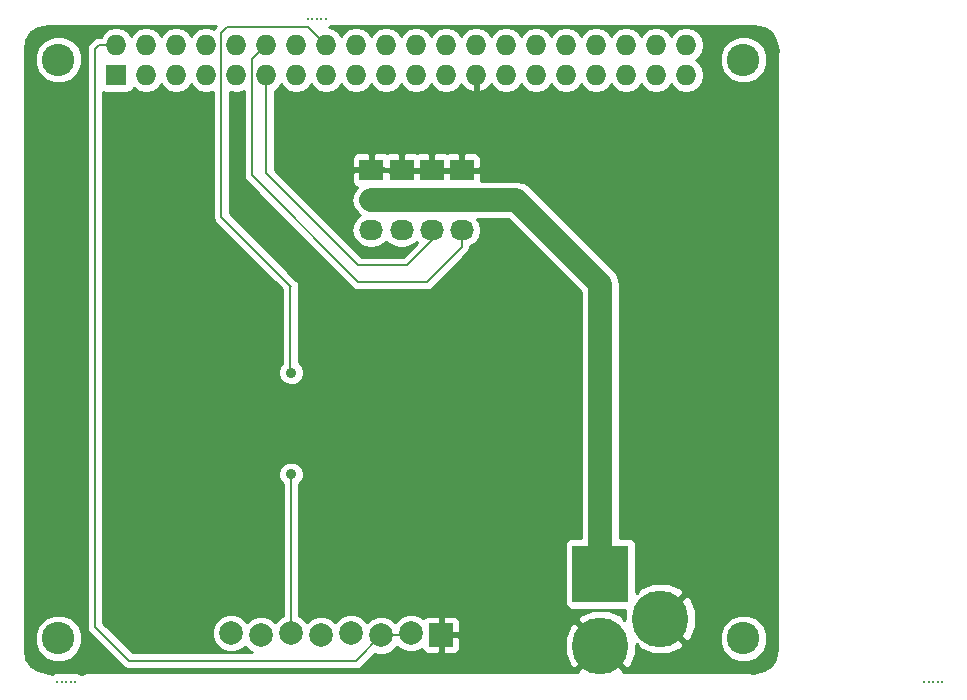
<source format=gbl>
G04 #@! TF.FileFunction,Copper,L4,Bot,Signal*
%FSLAX46Y46*%
G04 Gerber Fmt 4.6, Leading zero omitted, Abs format (unit mm)*
G04 Created by KiCad (PCBNEW (2015-01-16 BZR 5376)-product) date 3/31/2016 12:49:39 PM*
%MOMM*%
G01*
G04 APERTURE LIST*
%ADD10C,0.100000*%
%ADD11C,2.000000*%
%ADD12R,2.000000X2.000000*%
%ADD13R,2.032000X1.727200*%
%ADD14O,2.032000X1.727200*%
%ADD15C,0.300000*%
%ADD16C,4.800600*%
%ADD17R,4.800600X4.800600*%
%ADD18C,2.750000*%
%ADD19R,1.727200X1.727200*%
%ADD20O,1.727200X1.727200*%
%ADD21C,0.889000*%
%ADD22C,2.000000*%
%ADD23C,0.254000*%
%ADD24C,0.152400*%
G04 APERTURE END LIST*
D10*
D11*
X112110000Y-124540000D03*
X114650000Y-124750000D03*
X117190000Y-124540000D03*
X119750000Y-124750000D03*
X122270000Y-124540000D03*
X124850000Y-124750000D03*
X127350000Y-124540000D03*
D12*
X129900000Y-124700000D03*
D13*
X131635000Y-85346000D03*
D14*
X131635000Y-87886000D03*
X131635000Y-90426000D03*
D13*
X129095000Y-85346000D03*
D14*
X129095000Y-87886000D03*
X129095000Y-90426000D03*
D13*
X126555000Y-85346000D03*
D14*
X126555000Y-87886000D03*
X126555000Y-90426000D03*
D13*
X123995000Y-85335000D03*
D14*
X123995000Y-87875000D03*
X123995000Y-90415000D03*
D15*
X98933000Y-128651000D03*
X98552000Y-128651000D03*
X98171000Y-128651000D03*
X97790000Y-128651000D03*
X97409000Y-128651000D03*
X172339000Y-128651000D03*
X171958000Y-128651000D03*
X171577000Y-128651000D03*
X171196000Y-128651000D03*
X170815000Y-128651000D03*
X118618000Y-72517000D03*
D16*
X143400000Y-125600000D03*
D17*
X143400000Y-119504000D03*
D16*
X148480000Y-123314000D03*
D18*
X97500000Y-76000000D03*
X155500000Y-76000000D03*
X97500000Y-125000000D03*
X155500000Y-125000000D03*
D15*
X118999000Y-72517000D03*
X119380000Y-72517000D03*
X119761000Y-72517000D03*
X120142000Y-72517000D03*
D19*
X102400000Y-77300000D03*
D20*
X102400000Y-74760000D03*
X104940000Y-77300000D03*
X104940000Y-74760000D03*
X107480000Y-77300000D03*
X107480000Y-74760000D03*
X110020000Y-77300000D03*
X110020000Y-74760000D03*
X112560000Y-77300000D03*
X112560000Y-74760000D03*
X115100000Y-77300000D03*
X115100000Y-74760000D03*
X117640000Y-77300000D03*
X117640000Y-74760000D03*
X120180000Y-77300000D03*
X120180000Y-74760000D03*
X122720000Y-77300000D03*
X122720000Y-74760000D03*
X125260000Y-77300000D03*
X125260000Y-74760000D03*
X127800000Y-77300000D03*
X127800000Y-74760000D03*
X130340000Y-77300000D03*
X130340000Y-74760000D03*
X132880000Y-77300000D03*
X132880000Y-74760000D03*
X135420000Y-77300000D03*
X135420000Y-74760000D03*
X137960000Y-77300000D03*
X137960000Y-74760000D03*
X140500000Y-77300000D03*
X140500000Y-74760000D03*
X143040000Y-77300000D03*
X143040000Y-74760000D03*
X145580000Y-77300000D03*
X145580000Y-74760000D03*
X148120000Y-77300000D03*
X148120000Y-74760000D03*
X150660000Y-77300000D03*
X150660000Y-74760000D03*
D21*
X117200000Y-111100000D03*
X117200000Y-102500000D03*
D22*
X143400000Y-119504000D02*
X143400000Y-95000000D01*
X136286000Y-87886000D02*
X131635000Y-87886000D01*
X143400000Y-95000000D02*
X136286000Y-87886000D01*
X126544000Y-87875000D02*
X126555000Y-87886000D01*
X123995000Y-87875000D02*
X126544000Y-87875000D01*
X126555000Y-87886000D02*
X129095000Y-87886000D01*
X129095000Y-87886000D02*
X131635000Y-87886000D01*
D23*
X131635000Y-87886000D02*
X131635000Y-87917000D01*
X131635000Y-87886000D02*
X132366000Y-87886000D01*
D24*
X117150000Y-95150000D02*
X117150000Y-102450000D01*
X117190000Y-111110000D02*
X117190000Y-124540000D01*
X117200000Y-111100000D02*
X117190000Y-111110000D01*
X117150000Y-102450000D02*
X117200000Y-102500000D01*
X120180000Y-74760000D02*
X120160000Y-74760000D01*
X120160000Y-74760000D02*
X118600000Y-73200000D01*
X111300000Y-89300000D02*
X117150000Y-95150000D01*
X117150000Y-95150000D02*
X117190000Y-95190000D01*
X111300000Y-73700000D02*
X111300000Y-89300000D01*
X111800000Y-73200000D02*
X111300000Y-73700000D01*
X118600000Y-73200000D02*
X111800000Y-73200000D01*
X120180000Y-74760000D02*
X120180000Y-74780000D01*
X131635000Y-90426000D02*
X131635000Y-91865000D01*
X113900000Y-75960000D02*
X115100000Y-74760000D01*
X113900000Y-85800000D02*
X113900000Y-75960000D01*
X122900000Y-94800000D02*
X113900000Y-85800000D01*
X128700000Y-94800000D02*
X122900000Y-94800000D01*
X131635000Y-91865000D02*
X128700000Y-94800000D01*
X129095000Y-90426000D02*
X129095000Y-91305000D01*
X115100000Y-85600000D02*
X115100000Y-77300000D01*
X122900000Y-93400000D02*
X115100000Y-85600000D01*
X127000000Y-93400000D02*
X122900000Y-93400000D01*
X129095000Y-91305000D02*
X127000000Y-93400000D01*
X124850000Y-124750000D02*
X127140000Y-124750000D01*
X127140000Y-124750000D02*
X127350000Y-124540000D01*
X102400000Y-74760000D02*
X100940000Y-74760000D01*
X122700000Y-126900000D02*
X124850000Y-124750000D01*
X103500000Y-126900000D02*
X122700000Y-126900000D01*
X100600000Y-124000000D02*
X103500000Y-126900000D01*
X100600000Y-75100000D02*
X100600000Y-124000000D01*
X100940000Y-74760000D02*
X100600000Y-75100000D01*
D23*
G36*
X158409510Y-75276233D02*
X158365000Y-75500000D01*
X158365000Y-125888213D01*
X158202492Y-126705194D01*
X157803029Y-127303031D01*
X157510348Y-127498594D01*
X157510348Y-124601940D01*
X157510348Y-75601940D01*
X157204988Y-74862914D01*
X156640060Y-74296999D01*
X155901568Y-73990350D01*
X155101940Y-73989652D01*
X154362914Y-74295012D01*
X153796999Y-74859940D01*
X153490350Y-75598432D01*
X153489652Y-76398060D01*
X153795012Y-77137086D01*
X154359940Y-77703001D01*
X155098432Y-78009650D01*
X155898060Y-78010348D01*
X156637086Y-77704988D01*
X157203001Y-77140060D01*
X157509650Y-76401568D01*
X157510348Y-75601940D01*
X157510348Y-124601940D01*
X157204988Y-123862914D01*
X156640060Y-123296999D01*
X155901568Y-122990350D01*
X155101940Y-122989652D01*
X154362914Y-123295012D01*
X153796999Y-123859940D01*
X153490350Y-124598432D01*
X153489652Y-125398060D01*
X153795012Y-126137086D01*
X154359940Y-126703001D01*
X155098432Y-127009650D01*
X155898060Y-127010348D01*
X156637086Y-126704988D01*
X157203001Y-126140060D01*
X157509650Y-125401568D01*
X157510348Y-124601940D01*
X157510348Y-127498594D01*
X157205193Y-127702493D01*
X156278573Y-127886809D01*
X156223767Y-127909510D01*
X156000000Y-127865000D01*
X151516369Y-127865000D01*
X151516369Y-123912358D01*
X151514221Y-122704843D01*
X151056257Y-121599221D01*
X150643936Y-121329670D01*
X150464330Y-121509275D01*
X148659605Y-123314000D01*
X150643936Y-125298330D01*
X151056257Y-125028779D01*
X151516369Y-123912358D01*
X151516369Y-127865000D01*
X150464330Y-127865000D01*
X145318260Y-127865000D01*
X145384330Y-127763936D01*
X143400000Y-125779605D01*
X143220395Y-125959210D01*
X143220395Y-125600000D01*
X141236064Y-123615670D01*
X140823743Y-123885221D01*
X140363631Y-125001642D01*
X140365779Y-126209157D01*
X140823743Y-127314779D01*
X141236064Y-127584330D01*
X143220395Y-125600000D01*
X143220395Y-125959210D01*
X141415670Y-127763936D01*
X141481739Y-127865000D01*
X131535000Y-127865000D01*
X131535000Y-125826310D01*
X131535000Y-125573691D01*
X131535000Y-124985750D01*
X131535000Y-124414250D01*
X131535000Y-123826309D01*
X131535000Y-123573690D01*
X131438327Y-123340301D01*
X131259698Y-123161673D01*
X131026309Y-123065000D01*
X130185750Y-123065000D01*
X130027000Y-123223750D01*
X130027000Y-124573000D01*
X131376250Y-124573000D01*
X131535000Y-124414250D01*
X131535000Y-124985750D01*
X131376250Y-124827000D01*
X130027000Y-124827000D01*
X130027000Y-126176250D01*
X130185750Y-126335000D01*
X131026309Y-126335000D01*
X131259698Y-126238327D01*
X131438327Y-126059699D01*
X131535000Y-125826310D01*
X131535000Y-127865000D01*
X100000000Y-127865000D01*
X99565654Y-127951397D01*
X99510348Y-127988350D01*
X99510348Y-124601940D01*
X99510348Y-75601940D01*
X99204988Y-74862914D01*
X98640060Y-74296999D01*
X97901568Y-73990350D01*
X97101940Y-73989652D01*
X96362914Y-74295012D01*
X95796999Y-74859940D01*
X95490350Y-75598432D01*
X95489652Y-76398060D01*
X95795012Y-77137086D01*
X96359940Y-77703001D01*
X97098432Y-78009650D01*
X97898060Y-78010348D01*
X98637086Y-77704988D01*
X99203001Y-77140060D01*
X99509650Y-76401568D01*
X99510348Y-75601940D01*
X99510348Y-124601940D01*
X99204988Y-123862914D01*
X98640060Y-123296999D01*
X97901568Y-122990350D01*
X97101940Y-122989652D01*
X96362914Y-123295012D01*
X95796999Y-123859940D01*
X95490350Y-124598432D01*
X95489652Y-125398060D01*
X95795012Y-126137086D01*
X96359940Y-126703001D01*
X97098432Y-127009650D01*
X97898060Y-127010348D01*
X98637086Y-126704988D01*
X99203001Y-126140060D01*
X99509650Y-125401568D01*
X99510348Y-124601940D01*
X99510348Y-127988350D01*
X99432573Y-128040318D01*
X99378247Y-127985897D01*
X99089831Y-127866137D01*
X98777539Y-127865864D01*
X98742770Y-127880229D01*
X98708831Y-127866137D01*
X98396539Y-127865864D01*
X98361770Y-127880229D01*
X98327831Y-127866137D01*
X98015539Y-127865864D01*
X97980770Y-127880229D01*
X97946831Y-127866137D01*
X97634539Y-127865864D01*
X97599770Y-127880229D01*
X97565831Y-127866137D01*
X97253539Y-127865864D01*
X96964914Y-127985121D01*
X96963113Y-127986918D01*
X96721428Y-127886809D01*
X95794805Y-127702492D01*
X95196968Y-127303029D01*
X94797506Y-126705193D01*
X94635000Y-125888214D01*
X94635000Y-75111785D01*
X94797506Y-74294806D01*
X95196968Y-73696970D01*
X95794805Y-73297507D01*
X96611786Y-73135000D01*
X110859212Y-73135000D01*
X110797106Y-73197106D01*
X110665424Y-73394180D01*
X110593489Y-73346115D01*
X110020000Y-73232041D01*
X109446511Y-73346115D01*
X108960330Y-73670971D01*
X108750000Y-73985751D01*
X108539670Y-73670971D01*
X108053489Y-73346115D01*
X107480000Y-73232041D01*
X106906511Y-73346115D01*
X106420330Y-73670971D01*
X106210000Y-73985751D01*
X105999670Y-73670971D01*
X105513489Y-73346115D01*
X104940000Y-73232041D01*
X104366511Y-73346115D01*
X103880330Y-73670971D01*
X103670000Y-73985751D01*
X103459670Y-73670971D01*
X102973489Y-73346115D01*
X102400000Y-73232041D01*
X101826511Y-73346115D01*
X101340330Y-73670971D01*
X101087872Y-74048800D01*
X100940000Y-74048800D01*
X100667836Y-74102937D01*
X100437106Y-74257105D01*
X100097106Y-74597106D01*
X99942937Y-74827835D01*
X99888800Y-75100000D01*
X99888800Y-124000000D01*
X99942937Y-124272165D01*
X100097106Y-124502894D01*
X102997105Y-127402894D01*
X102997106Y-127402894D01*
X103151274Y-127505905D01*
X103227835Y-127557062D01*
X103227836Y-127557063D01*
X103500000Y-127611200D01*
X122700000Y-127611200D01*
X122972164Y-127557063D01*
X122972165Y-127557063D01*
X123202894Y-127402894D01*
X124309762Y-126296025D01*
X124523352Y-126384716D01*
X125173795Y-126385284D01*
X125774943Y-126136894D01*
X126205163Y-125707424D01*
X126422637Y-125925278D01*
X127023352Y-126174716D01*
X127673795Y-126175284D01*
X128274943Y-125926894D01*
X128297384Y-125904492D01*
X128361673Y-126059699D01*
X128540302Y-126238327D01*
X128773691Y-126335000D01*
X129614250Y-126335000D01*
X129773000Y-126176250D01*
X129773000Y-124827000D01*
X129753000Y-124827000D01*
X129753000Y-124573000D01*
X129773000Y-124573000D01*
X129773000Y-123223750D01*
X129614250Y-123065000D01*
X128773691Y-123065000D01*
X128540302Y-123161673D01*
X128412189Y-123289784D01*
X128277363Y-123154722D01*
X127676648Y-122905284D01*
X127026205Y-122904716D01*
X126425057Y-123153106D01*
X125994836Y-123582575D01*
X125777363Y-123364722D01*
X125176648Y-123115284D01*
X124526205Y-123114716D01*
X123925057Y-123363106D01*
X123661499Y-123626203D01*
X123656894Y-123615057D01*
X123197363Y-123154722D01*
X122596648Y-122905284D01*
X121946205Y-122904716D01*
X121345057Y-123153106D01*
X120904818Y-123592575D01*
X120677363Y-123364722D01*
X120076648Y-123115284D01*
X119426205Y-123114716D01*
X118825057Y-123363106D01*
X118574783Y-123612942D01*
X118117363Y-123154722D01*
X117901200Y-123064963D01*
X117901200Y-111925335D01*
X118114622Y-111712286D01*
X118279313Y-111315668D01*
X118279687Y-110886216D01*
X118115689Y-110489311D01*
X117812286Y-110185378D01*
X117415668Y-110020687D01*
X116986216Y-110020313D01*
X116589311Y-110184311D01*
X116285378Y-110487714D01*
X116120687Y-110884332D01*
X116120313Y-111313784D01*
X116284311Y-111710689D01*
X116478800Y-111905517D01*
X116478800Y-123064788D01*
X116265057Y-123153106D01*
X115814801Y-123602575D01*
X115577363Y-123364722D01*
X114976648Y-123115284D01*
X114326205Y-123114716D01*
X113725057Y-123363106D01*
X113484800Y-123602942D01*
X113037363Y-123154722D01*
X112436648Y-122905284D01*
X111786205Y-122904716D01*
X111185057Y-123153106D01*
X110724722Y-123612637D01*
X110475284Y-124213352D01*
X110474716Y-124863795D01*
X110723106Y-125464943D01*
X111182637Y-125925278D01*
X111783352Y-126174716D01*
X112433795Y-126175284D01*
X113034943Y-125926894D01*
X113275199Y-125687057D01*
X113722637Y-126135278D01*
X113851532Y-126188800D01*
X103794588Y-126188800D01*
X101311200Y-123705411D01*
X101311200Y-78765878D01*
X101536400Y-78811040D01*
X103263600Y-78811040D01*
X103505723Y-78764063D01*
X103718527Y-78624273D01*
X103860977Y-78413240D01*
X103869179Y-78372340D01*
X103880330Y-78389029D01*
X104366511Y-78713885D01*
X104940000Y-78827959D01*
X105513489Y-78713885D01*
X105999670Y-78389029D01*
X106210000Y-78074248D01*
X106420330Y-78389029D01*
X106906511Y-78713885D01*
X107480000Y-78827959D01*
X108053489Y-78713885D01*
X108539670Y-78389029D01*
X108750000Y-78074248D01*
X108960330Y-78389029D01*
X109446511Y-78713885D01*
X110020000Y-78827959D01*
X110588800Y-78714817D01*
X110588800Y-89300000D01*
X110642937Y-89572165D01*
X110797106Y-89802894D01*
X116438800Y-95444588D01*
X116438800Y-101734559D01*
X116285378Y-101887714D01*
X116120687Y-102284332D01*
X116120313Y-102713784D01*
X116284311Y-103110689D01*
X116587714Y-103414622D01*
X116984332Y-103579313D01*
X117413784Y-103579687D01*
X117810689Y-103415689D01*
X118114622Y-103112286D01*
X118279313Y-102715668D01*
X118279687Y-102286216D01*
X118115689Y-101889311D01*
X117861200Y-101634377D01*
X117861200Y-95391093D01*
X117901200Y-95190000D01*
X117847063Y-94917836D01*
X117692895Y-94687106D01*
X117652896Y-94647108D01*
X117652894Y-94647106D01*
X117652894Y-94647105D01*
X112011200Y-89005411D01*
X112011200Y-78718795D01*
X112560000Y-78827959D01*
X113133489Y-78713885D01*
X113188800Y-78676927D01*
X113188800Y-85800000D01*
X113242937Y-86072165D01*
X113397106Y-86302894D01*
X122397106Y-95302894D01*
X122627835Y-95457063D01*
X122627836Y-95457063D01*
X122672990Y-95466044D01*
X122900000Y-95511200D01*
X128700000Y-95511200D01*
X128972164Y-95457063D01*
X128972165Y-95457063D01*
X129202894Y-95302894D01*
X132137894Y-92367894D01*
X132292063Y-92137165D01*
X132292063Y-92137164D01*
X132346200Y-91865000D01*
X132346200Y-91819881D01*
X132393234Y-91810526D01*
X132879415Y-91485670D01*
X133204271Y-90999489D01*
X133318345Y-90426000D01*
X133204271Y-89852511D01*
X132982762Y-89521000D01*
X135608760Y-89521000D01*
X141765000Y-95677239D01*
X141765000Y-116456260D01*
X140999700Y-116456260D01*
X140757577Y-116503237D01*
X140544773Y-116643027D01*
X140402323Y-116854060D01*
X140352260Y-117103700D01*
X140352260Y-121904300D01*
X140399237Y-122146423D01*
X140539027Y-122359227D01*
X140750060Y-122501677D01*
X140999700Y-122551740D01*
X145511180Y-122551740D01*
X145443631Y-122715642D01*
X145444804Y-123375587D01*
X145384329Y-123436062D01*
X145114779Y-123023743D01*
X143998358Y-122563631D01*
X142790843Y-122565779D01*
X141685221Y-123023743D01*
X141415670Y-123436064D01*
X143400000Y-125420395D01*
X143414142Y-125406252D01*
X143593747Y-125585857D01*
X143579605Y-125600000D01*
X145563936Y-127584330D01*
X145976257Y-127314779D01*
X146436369Y-126198358D01*
X146435194Y-125538413D01*
X146495670Y-125477937D01*
X146765221Y-125890257D01*
X147881642Y-126350369D01*
X149089157Y-126348221D01*
X150194779Y-125890257D01*
X150464330Y-125477936D01*
X148480000Y-123493605D01*
X148465857Y-123507747D01*
X148286252Y-123328142D01*
X148300395Y-123314000D01*
X148286252Y-123299857D01*
X148465857Y-123120252D01*
X148480000Y-123134395D01*
X150464330Y-121150064D01*
X150194779Y-120737743D01*
X149078358Y-120277631D01*
X147870843Y-120279779D01*
X146765221Y-120737743D01*
X146495670Y-121150062D01*
X146447740Y-121102132D01*
X146447740Y-117103700D01*
X146400763Y-116861577D01*
X146260973Y-116648773D01*
X146049940Y-116506323D01*
X145800300Y-116456260D01*
X145035000Y-116456260D01*
X145035000Y-95000000D01*
X144910543Y-94374313D01*
X144910543Y-94374312D01*
X144768580Y-94161851D01*
X144556120Y-93843880D01*
X144556116Y-93843877D01*
X137442120Y-86729880D01*
X136911688Y-86375457D01*
X136286000Y-86250999D01*
X136285994Y-86251000D01*
X133286000Y-86251000D01*
X133286000Y-86083291D01*
X133286000Y-85631750D01*
X133286000Y-85060250D01*
X133286000Y-84608709D01*
X133286000Y-84356090D01*
X133189327Y-84122701D01*
X133010698Y-83944073D01*
X132777309Y-83847400D01*
X131920750Y-83847400D01*
X131762000Y-84006150D01*
X131762000Y-85219000D01*
X133127250Y-85219000D01*
X133286000Y-85060250D01*
X133286000Y-85631750D01*
X133127250Y-85473000D01*
X131762000Y-85473000D01*
X131762000Y-85493000D01*
X131508000Y-85493000D01*
X131508000Y-85473000D01*
X131508000Y-85219000D01*
X131508000Y-84006150D01*
X131349250Y-83847400D01*
X130492691Y-83847400D01*
X130365000Y-83900291D01*
X130237309Y-83847400D01*
X129380750Y-83847400D01*
X129222000Y-84006150D01*
X129222000Y-85219000D01*
X130142750Y-85219000D01*
X130587250Y-85219000D01*
X131508000Y-85219000D01*
X131508000Y-85473000D01*
X130587250Y-85473000D01*
X130142750Y-85473000D01*
X129222000Y-85473000D01*
X129222000Y-85493000D01*
X128968000Y-85493000D01*
X128968000Y-85473000D01*
X128968000Y-85219000D01*
X128968000Y-84006150D01*
X128809250Y-83847400D01*
X127952691Y-83847400D01*
X127825000Y-83900291D01*
X127697309Y-83847400D01*
X126840750Y-83847400D01*
X126682000Y-84006150D01*
X126682000Y-85219000D01*
X127602750Y-85219000D01*
X128047250Y-85219000D01*
X128968000Y-85219000D01*
X128968000Y-85473000D01*
X128047250Y-85473000D01*
X127602750Y-85473000D01*
X126682000Y-85473000D01*
X126682000Y-85493000D01*
X126428000Y-85493000D01*
X126428000Y-85473000D01*
X126428000Y-85219000D01*
X126428000Y-84006150D01*
X126269250Y-83847400D01*
X125412691Y-83847400D01*
X125288278Y-83898933D01*
X125137309Y-83836400D01*
X124280750Y-83836400D01*
X124122000Y-83995150D01*
X124122000Y-85208000D01*
X125051750Y-85208000D01*
X125062750Y-85219000D01*
X126428000Y-85219000D01*
X126428000Y-85473000D01*
X125498250Y-85473000D01*
X125487250Y-85462000D01*
X124122000Y-85462000D01*
X124122000Y-85482000D01*
X123868000Y-85482000D01*
X123868000Y-85462000D01*
X123868000Y-85208000D01*
X123868000Y-83995150D01*
X123709250Y-83836400D01*
X122852691Y-83836400D01*
X122619302Y-83933073D01*
X122440673Y-84111701D01*
X122344000Y-84345090D01*
X122344000Y-84597709D01*
X122344000Y-85049250D01*
X122502750Y-85208000D01*
X123868000Y-85208000D01*
X123868000Y-85462000D01*
X122502750Y-85462000D01*
X122344000Y-85620750D01*
X122344000Y-86072291D01*
X122344000Y-86324910D01*
X122440673Y-86558299D01*
X122619302Y-86736927D01*
X122772780Y-86800499D01*
X122750585Y-86815330D01*
X122425729Y-87301511D01*
X122311655Y-87875000D01*
X122425729Y-88448489D01*
X122750585Y-88934670D01*
X122793670Y-88963458D01*
X122838880Y-89031120D01*
X123037339Y-89163726D01*
X122750585Y-89355330D01*
X122425729Y-89841511D01*
X122311655Y-90415000D01*
X122425729Y-90988489D01*
X122750585Y-91474670D01*
X123236766Y-91799526D01*
X123810255Y-91913600D01*
X124179745Y-91913600D01*
X124753234Y-91799526D01*
X125239415Y-91474670D01*
X125271325Y-91426913D01*
X125310585Y-91485670D01*
X125796766Y-91810526D01*
X126370255Y-91924600D01*
X126739745Y-91924600D01*
X127313234Y-91810526D01*
X127799415Y-91485670D01*
X127825000Y-91447379D01*
X127850585Y-91485670D01*
X127885327Y-91508884D01*
X126705411Y-92688800D01*
X123194588Y-92688800D01*
X115811200Y-85305412D01*
X115811200Y-78621869D01*
X116159670Y-78389029D01*
X116370000Y-78074248D01*
X116580330Y-78389029D01*
X117066511Y-78713885D01*
X117640000Y-78827959D01*
X118213489Y-78713885D01*
X118699670Y-78389029D01*
X118910000Y-78074248D01*
X119120330Y-78389029D01*
X119606511Y-78713885D01*
X120180000Y-78827959D01*
X120753489Y-78713885D01*
X121239670Y-78389029D01*
X121450000Y-78074248D01*
X121660330Y-78389029D01*
X122146511Y-78713885D01*
X122720000Y-78827959D01*
X123293489Y-78713885D01*
X123779670Y-78389029D01*
X123990000Y-78074248D01*
X124200330Y-78389029D01*
X124686511Y-78713885D01*
X125260000Y-78827959D01*
X125833489Y-78713885D01*
X126319670Y-78389029D01*
X126530000Y-78074248D01*
X126740330Y-78389029D01*
X127226511Y-78713885D01*
X127800000Y-78827959D01*
X128373489Y-78713885D01*
X128859670Y-78389029D01*
X129070000Y-78074248D01*
X129280330Y-78389029D01*
X129766511Y-78713885D01*
X130340000Y-78827959D01*
X130913489Y-78713885D01*
X131399670Y-78389029D01*
X131615663Y-78065771D01*
X131673179Y-78188490D01*
X132105053Y-78582688D01*
X132520974Y-78754958D01*
X132753000Y-78633817D01*
X132753000Y-77427000D01*
X132733000Y-77427000D01*
X132733000Y-77173000D01*
X132753000Y-77173000D01*
X132753000Y-77153000D01*
X133007000Y-77153000D01*
X133007000Y-77173000D01*
X133027000Y-77173000D01*
X133027000Y-77427000D01*
X133007000Y-77427000D01*
X133007000Y-78633817D01*
X133239026Y-78754958D01*
X133654947Y-78582688D01*
X134086821Y-78188490D01*
X134144336Y-78065771D01*
X134360330Y-78389029D01*
X134846511Y-78713885D01*
X135420000Y-78827959D01*
X135993489Y-78713885D01*
X136479670Y-78389029D01*
X136690000Y-78074248D01*
X136900330Y-78389029D01*
X137386511Y-78713885D01*
X137960000Y-78827959D01*
X138533489Y-78713885D01*
X139019670Y-78389029D01*
X139230000Y-78074248D01*
X139440330Y-78389029D01*
X139926511Y-78713885D01*
X140500000Y-78827959D01*
X141073489Y-78713885D01*
X141559670Y-78389029D01*
X141770000Y-78074248D01*
X141980330Y-78389029D01*
X142466511Y-78713885D01*
X143040000Y-78827959D01*
X143613489Y-78713885D01*
X144099670Y-78389029D01*
X144310000Y-78074248D01*
X144520330Y-78389029D01*
X145006511Y-78713885D01*
X145580000Y-78827959D01*
X146153489Y-78713885D01*
X146639670Y-78389029D01*
X146850000Y-78074248D01*
X147060330Y-78389029D01*
X147546511Y-78713885D01*
X148120000Y-78827959D01*
X148693489Y-78713885D01*
X149179670Y-78389029D01*
X149390000Y-78074248D01*
X149600330Y-78389029D01*
X150086511Y-78713885D01*
X150660000Y-78827959D01*
X151233489Y-78713885D01*
X151719670Y-78389029D01*
X152044526Y-77902848D01*
X152158600Y-77329359D01*
X152158600Y-77270641D01*
X152044526Y-76697152D01*
X151719670Y-76210971D01*
X151448827Y-76030000D01*
X151719670Y-75849029D01*
X152044526Y-75362848D01*
X152158600Y-74789359D01*
X152158600Y-74730641D01*
X152044526Y-74157152D01*
X151719670Y-73670971D01*
X151233489Y-73346115D01*
X150660000Y-73232041D01*
X150086511Y-73346115D01*
X149600330Y-73670971D01*
X149390000Y-73985751D01*
X149179670Y-73670971D01*
X148693489Y-73346115D01*
X148120000Y-73232041D01*
X147546511Y-73346115D01*
X147060330Y-73670971D01*
X146850000Y-73985751D01*
X146639670Y-73670971D01*
X146153489Y-73346115D01*
X145580000Y-73232041D01*
X145006511Y-73346115D01*
X144520330Y-73670971D01*
X144310000Y-73985751D01*
X144099670Y-73670971D01*
X143613489Y-73346115D01*
X143040000Y-73232041D01*
X142466511Y-73346115D01*
X141980330Y-73670971D01*
X141770000Y-73985751D01*
X141559670Y-73670971D01*
X141073489Y-73346115D01*
X140500000Y-73232041D01*
X139926511Y-73346115D01*
X139440330Y-73670971D01*
X139230000Y-73985751D01*
X139019670Y-73670971D01*
X138533489Y-73346115D01*
X137960000Y-73232041D01*
X137386511Y-73346115D01*
X136900330Y-73670971D01*
X136690000Y-73985751D01*
X136479670Y-73670971D01*
X135993489Y-73346115D01*
X135420000Y-73232041D01*
X134846511Y-73346115D01*
X134360330Y-73670971D01*
X134150000Y-73985751D01*
X133939670Y-73670971D01*
X133453489Y-73346115D01*
X132880000Y-73232041D01*
X132306511Y-73346115D01*
X131820330Y-73670971D01*
X131610000Y-73985751D01*
X131399670Y-73670971D01*
X130913489Y-73346115D01*
X130340000Y-73232041D01*
X129766511Y-73346115D01*
X129280330Y-73670971D01*
X129070000Y-73985751D01*
X128859670Y-73670971D01*
X128373489Y-73346115D01*
X127800000Y-73232041D01*
X127226511Y-73346115D01*
X126740330Y-73670971D01*
X126530000Y-73985751D01*
X126319670Y-73670971D01*
X125833489Y-73346115D01*
X125260000Y-73232041D01*
X124686511Y-73346115D01*
X124200330Y-73670971D01*
X123990000Y-73985751D01*
X123779670Y-73670971D01*
X123293489Y-73346115D01*
X122720000Y-73232041D01*
X122146511Y-73346115D01*
X121660330Y-73670971D01*
X121450000Y-73985751D01*
X121239670Y-73670971D01*
X120753489Y-73346115D01*
X120373805Y-73270591D01*
X120586086Y-73182879D01*
X120634048Y-73135000D01*
X156388214Y-73135000D01*
X157205193Y-73297506D01*
X157803029Y-73696968D01*
X158202492Y-74294805D01*
X158386809Y-75221428D01*
X158409510Y-75276233D01*
X158409510Y-75276233D01*
G37*
X158409510Y-75276233D02*
X158365000Y-75500000D01*
X158365000Y-125888213D01*
X158202492Y-126705194D01*
X157803029Y-127303031D01*
X157510348Y-127498594D01*
X157510348Y-124601940D01*
X157510348Y-75601940D01*
X157204988Y-74862914D01*
X156640060Y-74296999D01*
X155901568Y-73990350D01*
X155101940Y-73989652D01*
X154362914Y-74295012D01*
X153796999Y-74859940D01*
X153490350Y-75598432D01*
X153489652Y-76398060D01*
X153795012Y-77137086D01*
X154359940Y-77703001D01*
X155098432Y-78009650D01*
X155898060Y-78010348D01*
X156637086Y-77704988D01*
X157203001Y-77140060D01*
X157509650Y-76401568D01*
X157510348Y-75601940D01*
X157510348Y-124601940D01*
X157204988Y-123862914D01*
X156640060Y-123296999D01*
X155901568Y-122990350D01*
X155101940Y-122989652D01*
X154362914Y-123295012D01*
X153796999Y-123859940D01*
X153490350Y-124598432D01*
X153489652Y-125398060D01*
X153795012Y-126137086D01*
X154359940Y-126703001D01*
X155098432Y-127009650D01*
X155898060Y-127010348D01*
X156637086Y-126704988D01*
X157203001Y-126140060D01*
X157509650Y-125401568D01*
X157510348Y-124601940D01*
X157510348Y-127498594D01*
X157205193Y-127702493D01*
X156278573Y-127886809D01*
X156223767Y-127909510D01*
X156000000Y-127865000D01*
X151516369Y-127865000D01*
X151516369Y-123912358D01*
X151514221Y-122704843D01*
X151056257Y-121599221D01*
X150643936Y-121329670D01*
X150464330Y-121509275D01*
X148659605Y-123314000D01*
X150643936Y-125298330D01*
X151056257Y-125028779D01*
X151516369Y-123912358D01*
X151516369Y-127865000D01*
X150464330Y-127865000D01*
X145318260Y-127865000D01*
X145384330Y-127763936D01*
X143400000Y-125779605D01*
X143220395Y-125959210D01*
X143220395Y-125600000D01*
X141236064Y-123615670D01*
X140823743Y-123885221D01*
X140363631Y-125001642D01*
X140365779Y-126209157D01*
X140823743Y-127314779D01*
X141236064Y-127584330D01*
X143220395Y-125600000D01*
X143220395Y-125959210D01*
X141415670Y-127763936D01*
X141481739Y-127865000D01*
X131535000Y-127865000D01*
X131535000Y-125826310D01*
X131535000Y-125573691D01*
X131535000Y-124985750D01*
X131535000Y-124414250D01*
X131535000Y-123826309D01*
X131535000Y-123573690D01*
X131438327Y-123340301D01*
X131259698Y-123161673D01*
X131026309Y-123065000D01*
X130185750Y-123065000D01*
X130027000Y-123223750D01*
X130027000Y-124573000D01*
X131376250Y-124573000D01*
X131535000Y-124414250D01*
X131535000Y-124985750D01*
X131376250Y-124827000D01*
X130027000Y-124827000D01*
X130027000Y-126176250D01*
X130185750Y-126335000D01*
X131026309Y-126335000D01*
X131259698Y-126238327D01*
X131438327Y-126059699D01*
X131535000Y-125826310D01*
X131535000Y-127865000D01*
X100000000Y-127865000D01*
X99565654Y-127951397D01*
X99510348Y-127988350D01*
X99510348Y-124601940D01*
X99510348Y-75601940D01*
X99204988Y-74862914D01*
X98640060Y-74296999D01*
X97901568Y-73990350D01*
X97101940Y-73989652D01*
X96362914Y-74295012D01*
X95796999Y-74859940D01*
X95490350Y-75598432D01*
X95489652Y-76398060D01*
X95795012Y-77137086D01*
X96359940Y-77703001D01*
X97098432Y-78009650D01*
X97898060Y-78010348D01*
X98637086Y-77704988D01*
X99203001Y-77140060D01*
X99509650Y-76401568D01*
X99510348Y-75601940D01*
X99510348Y-124601940D01*
X99204988Y-123862914D01*
X98640060Y-123296999D01*
X97901568Y-122990350D01*
X97101940Y-122989652D01*
X96362914Y-123295012D01*
X95796999Y-123859940D01*
X95490350Y-124598432D01*
X95489652Y-125398060D01*
X95795012Y-126137086D01*
X96359940Y-126703001D01*
X97098432Y-127009650D01*
X97898060Y-127010348D01*
X98637086Y-126704988D01*
X99203001Y-126140060D01*
X99509650Y-125401568D01*
X99510348Y-124601940D01*
X99510348Y-127988350D01*
X99432573Y-128040318D01*
X99378247Y-127985897D01*
X99089831Y-127866137D01*
X98777539Y-127865864D01*
X98742770Y-127880229D01*
X98708831Y-127866137D01*
X98396539Y-127865864D01*
X98361770Y-127880229D01*
X98327831Y-127866137D01*
X98015539Y-127865864D01*
X97980770Y-127880229D01*
X97946831Y-127866137D01*
X97634539Y-127865864D01*
X97599770Y-127880229D01*
X97565831Y-127866137D01*
X97253539Y-127865864D01*
X96964914Y-127985121D01*
X96963113Y-127986918D01*
X96721428Y-127886809D01*
X95794805Y-127702492D01*
X95196968Y-127303029D01*
X94797506Y-126705193D01*
X94635000Y-125888214D01*
X94635000Y-75111785D01*
X94797506Y-74294806D01*
X95196968Y-73696970D01*
X95794805Y-73297507D01*
X96611786Y-73135000D01*
X110859212Y-73135000D01*
X110797106Y-73197106D01*
X110665424Y-73394180D01*
X110593489Y-73346115D01*
X110020000Y-73232041D01*
X109446511Y-73346115D01*
X108960330Y-73670971D01*
X108750000Y-73985751D01*
X108539670Y-73670971D01*
X108053489Y-73346115D01*
X107480000Y-73232041D01*
X106906511Y-73346115D01*
X106420330Y-73670971D01*
X106210000Y-73985751D01*
X105999670Y-73670971D01*
X105513489Y-73346115D01*
X104940000Y-73232041D01*
X104366511Y-73346115D01*
X103880330Y-73670971D01*
X103670000Y-73985751D01*
X103459670Y-73670971D01*
X102973489Y-73346115D01*
X102400000Y-73232041D01*
X101826511Y-73346115D01*
X101340330Y-73670971D01*
X101087872Y-74048800D01*
X100940000Y-74048800D01*
X100667836Y-74102937D01*
X100437106Y-74257105D01*
X100097106Y-74597106D01*
X99942937Y-74827835D01*
X99888800Y-75100000D01*
X99888800Y-124000000D01*
X99942937Y-124272165D01*
X100097106Y-124502894D01*
X102997105Y-127402894D01*
X102997106Y-127402894D01*
X103151274Y-127505905D01*
X103227835Y-127557062D01*
X103227836Y-127557063D01*
X103500000Y-127611200D01*
X122700000Y-127611200D01*
X122972164Y-127557063D01*
X122972165Y-127557063D01*
X123202894Y-127402894D01*
X124309762Y-126296025D01*
X124523352Y-126384716D01*
X125173795Y-126385284D01*
X125774943Y-126136894D01*
X126205163Y-125707424D01*
X126422637Y-125925278D01*
X127023352Y-126174716D01*
X127673795Y-126175284D01*
X128274943Y-125926894D01*
X128297384Y-125904492D01*
X128361673Y-126059699D01*
X128540302Y-126238327D01*
X128773691Y-126335000D01*
X129614250Y-126335000D01*
X129773000Y-126176250D01*
X129773000Y-124827000D01*
X129753000Y-124827000D01*
X129753000Y-124573000D01*
X129773000Y-124573000D01*
X129773000Y-123223750D01*
X129614250Y-123065000D01*
X128773691Y-123065000D01*
X128540302Y-123161673D01*
X128412189Y-123289784D01*
X128277363Y-123154722D01*
X127676648Y-122905284D01*
X127026205Y-122904716D01*
X126425057Y-123153106D01*
X125994836Y-123582575D01*
X125777363Y-123364722D01*
X125176648Y-123115284D01*
X124526205Y-123114716D01*
X123925057Y-123363106D01*
X123661499Y-123626203D01*
X123656894Y-123615057D01*
X123197363Y-123154722D01*
X122596648Y-122905284D01*
X121946205Y-122904716D01*
X121345057Y-123153106D01*
X120904818Y-123592575D01*
X120677363Y-123364722D01*
X120076648Y-123115284D01*
X119426205Y-123114716D01*
X118825057Y-123363106D01*
X118574783Y-123612942D01*
X118117363Y-123154722D01*
X117901200Y-123064963D01*
X117901200Y-111925335D01*
X118114622Y-111712286D01*
X118279313Y-111315668D01*
X118279687Y-110886216D01*
X118115689Y-110489311D01*
X117812286Y-110185378D01*
X117415668Y-110020687D01*
X116986216Y-110020313D01*
X116589311Y-110184311D01*
X116285378Y-110487714D01*
X116120687Y-110884332D01*
X116120313Y-111313784D01*
X116284311Y-111710689D01*
X116478800Y-111905517D01*
X116478800Y-123064788D01*
X116265057Y-123153106D01*
X115814801Y-123602575D01*
X115577363Y-123364722D01*
X114976648Y-123115284D01*
X114326205Y-123114716D01*
X113725057Y-123363106D01*
X113484800Y-123602942D01*
X113037363Y-123154722D01*
X112436648Y-122905284D01*
X111786205Y-122904716D01*
X111185057Y-123153106D01*
X110724722Y-123612637D01*
X110475284Y-124213352D01*
X110474716Y-124863795D01*
X110723106Y-125464943D01*
X111182637Y-125925278D01*
X111783352Y-126174716D01*
X112433795Y-126175284D01*
X113034943Y-125926894D01*
X113275199Y-125687057D01*
X113722637Y-126135278D01*
X113851532Y-126188800D01*
X103794588Y-126188800D01*
X101311200Y-123705411D01*
X101311200Y-78765878D01*
X101536400Y-78811040D01*
X103263600Y-78811040D01*
X103505723Y-78764063D01*
X103718527Y-78624273D01*
X103860977Y-78413240D01*
X103869179Y-78372340D01*
X103880330Y-78389029D01*
X104366511Y-78713885D01*
X104940000Y-78827959D01*
X105513489Y-78713885D01*
X105999670Y-78389029D01*
X106210000Y-78074248D01*
X106420330Y-78389029D01*
X106906511Y-78713885D01*
X107480000Y-78827959D01*
X108053489Y-78713885D01*
X108539670Y-78389029D01*
X108750000Y-78074248D01*
X108960330Y-78389029D01*
X109446511Y-78713885D01*
X110020000Y-78827959D01*
X110588800Y-78714817D01*
X110588800Y-89300000D01*
X110642937Y-89572165D01*
X110797106Y-89802894D01*
X116438800Y-95444588D01*
X116438800Y-101734559D01*
X116285378Y-101887714D01*
X116120687Y-102284332D01*
X116120313Y-102713784D01*
X116284311Y-103110689D01*
X116587714Y-103414622D01*
X116984332Y-103579313D01*
X117413784Y-103579687D01*
X117810689Y-103415689D01*
X118114622Y-103112286D01*
X118279313Y-102715668D01*
X118279687Y-102286216D01*
X118115689Y-101889311D01*
X117861200Y-101634377D01*
X117861200Y-95391093D01*
X117901200Y-95190000D01*
X117847063Y-94917836D01*
X117692895Y-94687106D01*
X117652896Y-94647108D01*
X117652894Y-94647106D01*
X117652894Y-94647105D01*
X112011200Y-89005411D01*
X112011200Y-78718795D01*
X112560000Y-78827959D01*
X113133489Y-78713885D01*
X113188800Y-78676927D01*
X113188800Y-85800000D01*
X113242937Y-86072165D01*
X113397106Y-86302894D01*
X122397106Y-95302894D01*
X122627835Y-95457063D01*
X122627836Y-95457063D01*
X122672990Y-95466044D01*
X122900000Y-95511200D01*
X128700000Y-95511200D01*
X128972164Y-95457063D01*
X128972165Y-95457063D01*
X129202894Y-95302894D01*
X132137894Y-92367894D01*
X132292063Y-92137165D01*
X132292063Y-92137164D01*
X132346200Y-91865000D01*
X132346200Y-91819881D01*
X132393234Y-91810526D01*
X132879415Y-91485670D01*
X133204271Y-90999489D01*
X133318345Y-90426000D01*
X133204271Y-89852511D01*
X132982762Y-89521000D01*
X135608760Y-89521000D01*
X141765000Y-95677239D01*
X141765000Y-116456260D01*
X140999700Y-116456260D01*
X140757577Y-116503237D01*
X140544773Y-116643027D01*
X140402323Y-116854060D01*
X140352260Y-117103700D01*
X140352260Y-121904300D01*
X140399237Y-122146423D01*
X140539027Y-122359227D01*
X140750060Y-122501677D01*
X140999700Y-122551740D01*
X145511180Y-122551740D01*
X145443631Y-122715642D01*
X145444804Y-123375587D01*
X145384329Y-123436062D01*
X145114779Y-123023743D01*
X143998358Y-122563631D01*
X142790843Y-122565779D01*
X141685221Y-123023743D01*
X141415670Y-123436064D01*
X143400000Y-125420395D01*
X143414142Y-125406252D01*
X143593747Y-125585857D01*
X143579605Y-125600000D01*
X145563936Y-127584330D01*
X145976257Y-127314779D01*
X146436369Y-126198358D01*
X146435194Y-125538413D01*
X146495670Y-125477937D01*
X146765221Y-125890257D01*
X147881642Y-126350369D01*
X149089157Y-126348221D01*
X150194779Y-125890257D01*
X150464330Y-125477936D01*
X148480000Y-123493605D01*
X148465857Y-123507747D01*
X148286252Y-123328142D01*
X148300395Y-123314000D01*
X148286252Y-123299857D01*
X148465857Y-123120252D01*
X148480000Y-123134395D01*
X150464330Y-121150064D01*
X150194779Y-120737743D01*
X149078358Y-120277631D01*
X147870843Y-120279779D01*
X146765221Y-120737743D01*
X146495670Y-121150062D01*
X146447740Y-121102132D01*
X146447740Y-117103700D01*
X146400763Y-116861577D01*
X146260973Y-116648773D01*
X146049940Y-116506323D01*
X145800300Y-116456260D01*
X145035000Y-116456260D01*
X145035000Y-95000000D01*
X144910543Y-94374313D01*
X144910543Y-94374312D01*
X144768580Y-94161851D01*
X144556120Y-93843880D01*
X144556116Y-93843877D01*
X137442120Y-86729880D01*
X136911688Y-86375457D01*
X136286000Y-86250999D01*
X136285994Y-86251000D01*
X133286000Y-86251000D01*
X133286000Y-86083291D01*
X133286000Y-85631750D01*
X133286000Y-85060250D01*
X133286000Y-84608709D01*
X133286000Y-84356090D01*
X133189327Y-84122701D01*
X133010698Y-83944073D01*
X132777309Y-83847400D01*
X131920750Y-83847400D01*
X131762000Y-84006150D01*
X131762000Y-85219000D01*
X133127250Y-85219000D01*
X133286000Y-85060250D01*
X133286000Y-85631750D01*
X133127250Y-85473000D01*
X131762000Y-85473000D01*
X131762000Y-85493000D01*
X131508000Y-85493000D01*
X131508000Y-85473000D01*
X131508000Y-85219000D01*
X131508000Y-84006150D01*
X131349250Y-83847400D01*
X130492691Y-83847400D01*
X130365000Y-83900291D01*
X130237309Y-83847400D01*
X129380750Y-83847400D01*
X129222000Y-84006150D01*
X129222000Y-85219000D01*
X130142750Y-85219000D01*
X130587250Y-85219000D01*
X131508000Y-85219000D01*
X131508000Y-85473000D01*
X130587250Y-85473000D01*
X130142750Y-85473000D01*
X129222000Y-85473000D01*
X129222000Y-85493000D01*
X128968000Y-85493000D01*
X128968000Y-85473000D01*
X128968000Y-85219000D01*
X128968000Y-84006150D01*
X128809250Y-83847400D01*
X127952691Y-83847400D01*
X127825000Y-83900291D01*
X127697309Y-83847400D01*
X126840750Y-83847400D01*
X126682000Y-84006150D01*
X126682000Y-85219000D01*
X127602750Y-85219000D01*
X128047250Y-85219000D01*
X128968000Y-85219000D01*
X128968000Y-85473000D01*
X128047250Y-85473000D01*
X127602750Y-85473000D01*
X126682000Y-85473000D01*
X126682000Y-85493000D01*
X126428000Y-85493000D01*
X126428000Y-85473000D01*
X126428000Y-85219000D01*
X126428000Y-84006150D01*
X126269250Y-83847400D01*
X125412691Y-83847400D01*
X125288278Y-83898933D01*
X125137309Y-83836400D01*
X124280750Y-83836400D01*
X124122000Y-83995150D01*
X124122000Y-85208000D01*
X125051750Y-85208000D01*
X125062750Y-85219000D01*
X126428000Y-85219000D01*
X126428000Y-85473000D01*
X125498250Y-85473000D01*
X125487250Y-85462000D01*
X124122000Y-85462000D01*
X124122000Y-85482000D01*
X123868000Y-85482000D01*
X123868000Y-85462000D01*
X123868000Y-85208000D01*
X123868000Y-83995150D01*
X123709250Y-83836400D01*
X122852691Y-83836400D01*
X122619302Y-83933073D01*
X122440673Y-84111701D01*
X122344000Y-84345090D01*
X122344000Y-84597709D01*
X122344000Y-85049250D01*
X122502750Y-85208000D01*
X123868000Y-85208000D01*
X123868000Y-85462000D01*
X122502750Y-85462000D01*
X122344000Y-85620750D01*
X122344000Y-86072291D01*
X122344000Y-86324910D01*
X122440673Y-86558299D01*
X122619302Y-86736927D01*
X122772780Y-86800499D01*
X122750585Y-86815330D01*
X122425729Y-87301511D01*
X122311655Y-87875000D01*
X122425729Y-88448489D01*
X122750585Y-88934670D01*
X122793670Y-88963458D01*
X122838880Y-89031120D01*
X123037339Y-89163726D01*
X122750585Y-89355330D01*
X122425729Y-89841511D01*
X122311655Y-90415000D01*
X122425729Y-90988489D01*
X122750585Y-91474670D01*
X123236766Y-91799526D01*
X123810255Y-91913600D01*
X124179745Y-91913600D01*
X124753234Y-91799526D01*
X125239415Y-91474670D01*
X125271325Y-91426913D01*
X125310585Y-91485670D01*
X125796766Y-91810526D01*
X126370255Y-91924600D01*
X126739745Y-91924600D01*
X127313234Y-91810526D01*
X127799415Y-91485670D01*
X127825000Y-91447379D01*
X127850585Y-91485670D01*
X127885327Y-91508884D01*
X126705411Y-92688800D01*
X123194588Y-92688800D01*
X115811200Y-85305412D01*
X115811200Y-78621869D01*
X116159670Y-78389029D01*
X116370000Y-78074248D01*
X116580330Y-78389029D01*
X117066511Y-78713885D01*
X117640000Y-78827959D01*
X118213489Y-78713885D01*
X118699670Y-78389029D01*
X118910000Y-78074248D01*
X119120330Y-78389029D01*
X119606511Y-78713885D01*
X120180000Y-78827959D01*
X120753489Y-78713885D01*
X121239670Y-78389029D01*
X121450000Y-78074248D01*
X121660330Y-78389029D01*
X122146511Y-78713885D01*
X122720000Y-78827959D01*
X123293489Y-78713885D01*
X123779670Y-78389029D01*
X123990000Y-78074248D01*
X124200330Y-78389029D01*
X124686511Y-78713885D01*
X125260000Y-78827959D01*
X125833489Y-78713885D01*
X126319670Y-78389029D01*
X126530000Y-78074248D01*
X126740330Y-78389029D01*
X127226511Y-78713885D01*
X127800000Y-78827959D01*
X128373489Y-78713885D01*
X128859670Y-78389029D01*
X129070000Y-78074248D01*
X129280330Y-78389029D01*
X129766511Y-78713885D01*
X130340000Y-78827959D01*
X130913489Y-78713885D01*
X131399670Y-78389029D01*
X131615663Y-78065771D01*
X131673179Y-78188490D01*
X132105053Y-78582688D01*
X132520974Y-78754958D01*
X132753000Y-78633817D01*
X132753000Y-77427000D01*
X132733000Y-77427000D01*
X132733000Y-77173000D01*
X132753000Y-77173000D01*
X132753000Y-77153000D01*
X133007000Y-77153000D01*
X133007000Y-77173000D01*
X133027000Y-77173000D01*
X133027000Y-77427000D01*
X133007000Y-77427000D01*
X133007000Y-78633817D01*
X133239026Y-78754958D01*
X133654947Y-78582688D01*
X134086821Y-78188490D01*
X134144336Y-78065771D01*
X134360330Y-78389029D01*
X134846511Y-78713885D01*
X135420000Y-78827959D01*
X135993489Y-78713885D01*
X136479670Y-78389029D01*
X136690000Y-78074248D01*
X136900330Y-78389029D01*
X137386511Y-78713885D01*
X137960000Y-78827959D01*
X138533489Y-78713885D01*
X139019670Y-78389029D01*
X139230000Y-78074248D01*
X139440330Y-78389029D01*
X139926511Y-78713885D01*
X140500000Y-78827959D01*
X141073489Y-78713885D01*
X141559670Y-78389029D01*
X141770000Y-78074248D01*
X141980330Y-78389029D01*
X142466511Y-78713885D01*
X143040000Y-78827959D01*
X143613489Y-78713885D01*
X144099670Y-78389029D01*
X144310000Y-78074248D01*
X144520330Y-78389029D01*
X145006511Y-78713885D01*
X145580000Y-78827959D01*
X146153489Y-78713885D01*
X146639670Y-78389029D01*
X146850000Y-78074248D01*
X147060330Y-78389029D01*
X147546511Y-78713885D01*
X148120000Y-78827959D01*
X148693489Y-78713885D01*
X149179670Y-78389029D01*
X149390000Y-78074248D01*
X149600330Y-78389029D01*
X150086511Y-78713885D01*
X150660000Y-78827959D01*
X151233489Y-78713885D01*
X151719670Y-78389029D01*
X152044526Y-77902848D01*
X152158600Y-77329359D01*
X152158600Y-77270641D01*
X152044526Y-76697152D01*
X151719670Y-76210971D01*
X151448827Y-76030000D01*
X151719670Y-75849029D01*
X152044526Y-75362848D01*
X152158600Y-74789359D01*
X152158600Y-74730641D01*
X152044526Y-74157152D01*
X151719670Y-73670971D01*
X151233489Y-73346115D01*
X150660000Y-73232041D01*
X150086511Y-73346115D01*
X149600330Y-73670971D01*
X149390000Y-73985751D01*
X149179670Y-73670971D01*
X148693489Y-73346115D01*
X148120000Y-73232041D01*
X147546511Y-73346115D01*
X147060330Y-73670971D01*
X146850000Y-73985751D01*
X146639670Y-73670971D01*
X146153489Y-73346115D01*
X145580000Y-73232041D01*
X145006511Y-73346115D01*
X144520330Y-73670971D01*
X144310000Y-73985751D01*
X144099670Y-73670971D01*
X143613489Y-73346115D01*
X143040000Y-73232041D01*
X142466511Y-73346115D01*
X141980330Y-73670971D01*
X141770000Y-73985751D01*
X141559670Y-73670971D01*
X141073489Y-73346115D01*
X140500000Y-73232041D01*
X139926511Y-73346115D01*
X139440330Y-73670971D01*
X139230000Y-73985751D01*
X139019670Y-73670971D01*
X138533489Y-73346115D01*
X137960000Y-73232041D01*
X137386511Y-73346115D01*
X136900330Y-73670971D01*
X136690000Y-73985751D01*
X136479670Y-73670971D01*
X135993489Y-73346115D01*
X135420000Y-73232041D01*
X134846511Y-73346115D01*
X134360330Y-73670971D01*
X134150000Y-73985751D01*
X133939670Y-73670971D01*
X133453489Y-73346115D01*
X132880000Y-73232041D01*
X132306511Y-73346115D01*
X131820330Y-73670971D01*
X131610000Y-73985751D01*
X131399670Y-73670971D01*
X130913489Y-73346115D01*
X130340000Y-73232041D01*
X129766511Y-73346115D01*
X129280330Y-73670971D01*
X129070000Y-73985751D01*
X128859670Y-73670971D01*
X128373489Y-73346115D01*
X127800000Y-73232041D01*
X127226511Y-73346115D01*
X126740330Y-73670971D01*
X126530000Y-73985751D01*
X126319670Y-73670971D01*
X125833489Y-73346115D01*
X125260000Y-73232041D01*
X124686511Y-73346115D01*
X124200330Y-73670971D01*
X123990000Y-73985751D01*
X123779670Y-73670971D01*
X123293489Y-73346115D01*
X122720000Y-73232041D01*
X122146511Y-73346115D01*
X121660330Y-73670971D01*
X121450000Y-73985751D01*
X121239670Y-73670971D01*
X120753489Y-73346115D01*
X120373805Y-73270591D01*
X120586086Y-73182879D01*
X120634048Y-73135000D01*
X156388214Y-73135000D01*
X157205193Y-73297506D01*
X157803029Y-73696968D01*
X158202492Y-74294805D01*
X158386809Y-75221428D01*
X158409510Y-75276233D01*
M02*

</source>
